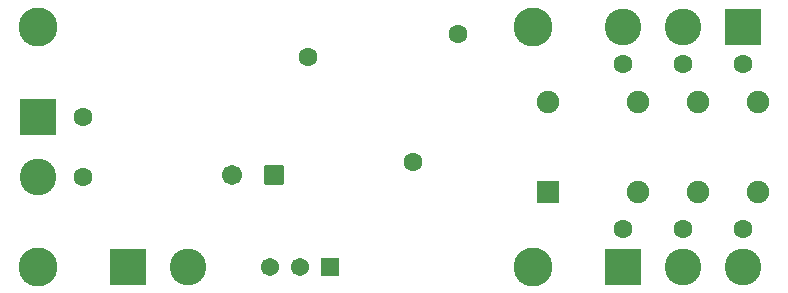
<source format=gbs>
G04 #@! TF.GenerationSoftware,KiCad,Pcbnew,6.0.9-8da3e8f707~116~ubuntu20.04.1*
G04 #@! TF.CreationDate,2023-03-26T17:34:06+00:00*
G04 #@! TF.ProjectId,LEC011102,4c454330-3131-4313-9032-2e6b69636164,rev?*
G04 #@! TF.SameCoordinates,Original*
G04 #@! TF.FileFunction,Soldermask,Bot*
G04 #@! TF.FilePolarity,Negative*
%FSLAX46Y46*%
G04 Gerber Fmt 4.6, Leading zero omitted, Abs format (unit mm)*
G04 Created by KiCad (PCBNEW 6.0.9-8da3e8f707~116~ubuntu20.04.1) date 2023-03-26 17:34:06*
%MOMM*%
%LPD*%
G01*
G04 APERTURE LIST*
G04 Aperture macros list*
%AMRoundRect*
0 Rectangle with rounded corners*
0 $1 Rounding radius*
0 $2 $3 $4 $5 $6 $7 $8 $9 X,Y pos of 4 corners*
0 Add a 4 corners polygon primitive as box body*
4,1,4,$2,$3,$4,$5,$6,$7,$8,$9,$2,$3,0*
0 Add four circle primitives for the rounded corners*
1,1,$1+$1,$2,$3*
1,1,$1+$1,$4,$5*
1,1,$1+$1,$6,$7*
1,1,$1+$1,$8,$9*
0 Add four rect primitives between the rounded corners*
20,1,$1+$1,$2,$3,$4,$5,0*
20,1,$1+$1,$4,$5,$6,$7,0*
20,1,$1+$1,$6,$7,$8,$9,0*
20,1,$1+$1,$8,$9,$2,$3,0*%
G04 Aperture macros list end*
%ADD10C,3.302000*%
%ADD11RoundRect,0.051000X-1.500000X-1.500000X1.500000X-1.500000X1.500000X1.500000X-1.500000X1.500000X0*%
%ADD12C,3.102000*%
%ADD13RoundRect,0.051000X-1.500000X1.500000X-1.500000X-1.500000X1.500000X-1.500000X1.500000X1.500000X0*%
%ADD14RoundRect,0.051000X1.500000X1.500000X-1.500000X1.500000X-1.500000X-1.500000X1.500000X-1.500000X0*%
%ADD15C,1.902000*%
%ADD16RoundRect,0.051000X0.900000X-0.900000X0.900000X0.900000X-0.900000X0.900000X-0.900000X-0.900000X0*%
%ADD17RoundRect,0.051000X0.800000X0.800000X-0.800000X0.800000X-0.800000X-0.800000X0.800000X-0.800000X0*%
%ADD18C,1.702000*%
%ADD19RoundRect,0.051000X-0.720000X-0.720000X0.720000X-0.720000X0.720000X0.720000X-0.720000X0.720000X0*%
%ADD20C,1.542000*%
%ADD21C,1.602000*%
G04 APERTURE END LIST*
D10*
G04 #@! TO.C,H1*
X83820000Y-53340000D03*
G04 #@! TD*
G04 #@! TO.C,H2*
X125730000Y-33020000D03*
G04 #@! TD*
G04 #@! TO.C,H3*
X83820000Y-33020000D03*
G04 #@! TD*
G04 #@! TO.C,H4*
X125730000Y-53340000D03*
G04 #@! TD*
D11*
G04 #@! TO.C,J1*
X91440000Y-53340000D03*
D12*
X96520000Y-53340000D03*
G04 #@! TD*
D13*
G04 #@! TO.C,J2*
X83820000Y-40640000D03*
D12*
X83820000Y-45720000D03*
G04 #@! TD*
D14*
G04 #@! TO.C,J3*
X143510000Y-33020000D03*
D12*
X138430000Y-33020000D03*
X133350000Y-33020000D03*
G04 #@! TD*
D11*
G04 #@! TO.C,J4*
X133350000Y-53340000D03*
D12*
X138430000Y-53340000D03*
X143510000Y-53340000D03*
G04 #@! TD*
D15*
G04 #@! TO.C,K1*
X127000000Y-39370000D03*
X134620000Y-39370000D03*
X139700000Y-39370000D03*
X144780000Y-39370000D03*
X144780000Y-46990000D03*
X139700000Y-46990000D03*
X134620000Y-46990000D03*
D16*
X127000000Y-46990000D03*
G04 #@! TD*
D17*
G04 #@! TO.C,C3*
X103752651Y-45550000D03*
D18*
X100252651Y-45550000D03*
G04 #@! TD*
D19*
G04 #@! TO.C,RV1*
X108500000Y-53340000D03*
D20*
X105960000Y-53340000D03*
X103420000Y-53340000D03*
G04 #@! TD*
D21*
G04 #@! TO.C,TP1*
X87630000Y-40640000D03*
G04 #@! TD*
G04 #@! TO.C,TP2*
X87630000Y-45720000D03*
G04 #@! TD*
G04 #@! TO.C,TP3*
X115570000Y-44450000D03*
G04 #@! TD*
G04 #@! TO.C,TP4*
X119380000Y-33655000D03*
G04 #@! TD*
G04 #@! TO.C,TP5*
X106680000Y-35560000D03*
G04 #@! TD*
G04 #@! TO.C,TP6*
X138430000Y-36195000D03*
G04 #@! TD*
G04 #@! TO.C,TP7*
X133350000Y-36195000D03*
G04 #@! TD*
G04 #@! TO.C,TP8*
X143510000Y-36195000D03*
G04 #@! TD*
G04 #@! TO.C,TP9*
X138430000Y-50165000D03*
G04 #@! TD*
G04 #@! TO.C,TP10*
X133350000Y-50165000D03*
G04 #@! TD*
G04 #@! TO.C,TP11*
X143510000Y-50165000D03*
G04 #@! TD*
M02*

</source>
